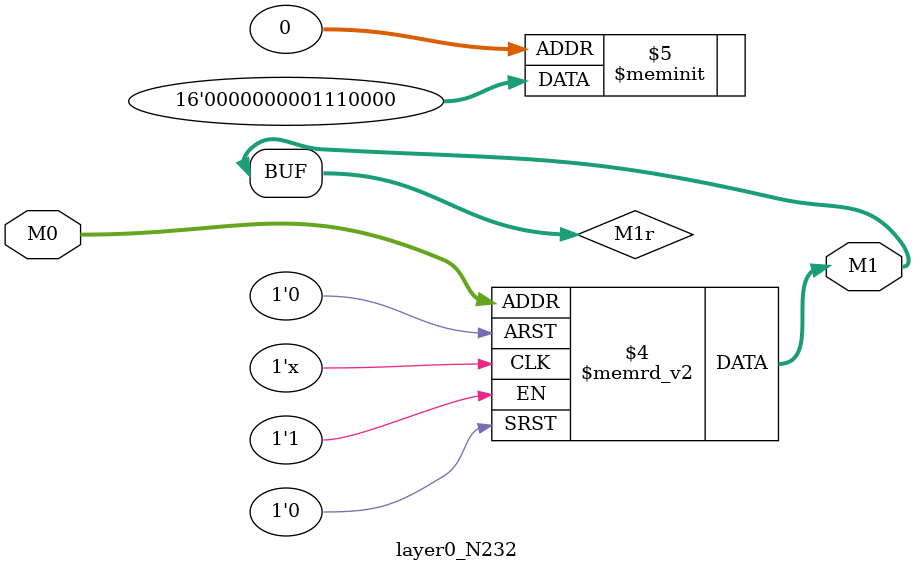
<source format=v>
module layer0_N232 ( input [2:0] M0, output [1:0] M1 );

	(*rom_style = "distributed" *) reg [1:0] M1r;
	assign M1 = M1r;
	always @ (M0) begin
		case (M0)
			3'b000: M1r = 2'b00;
			3'b100: M1r = 2'b00;
			3'b010: M1r = 2'b11;
			3'b110: M1r = 2'b00;
			3'b001: M1r = 2'b00;
			3'b101: M1r = 2'b00;
			3'b011: M1r = 2'b01;
			3'b111: M1r = 2'b00;

		endcase
	end
endmodule

</source>
